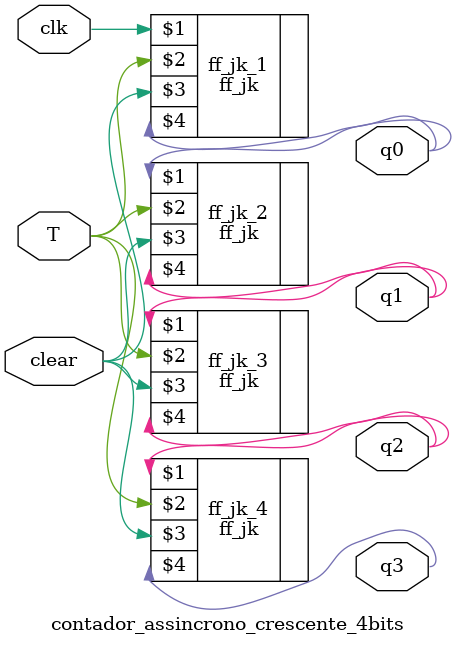
<source format=v>
`include "ff_jk.v"

module contador_assincrono_crescente_4bits (clk, T, clear, q0, q1, q2, q3);

    output q0, q1, q2, q3;
    input clk, T, clear;

    ff_jk ff_jk_1 (clk, T, clear, q0);
    ff_jk ff_jk_2 (q0, T, clear, q1);
    ff_jk ff_jk_3 (q1, T, clear, q2);
    ff_jk ff_jk_4 (q2, T, clear, q3);

endmodule
</source>
